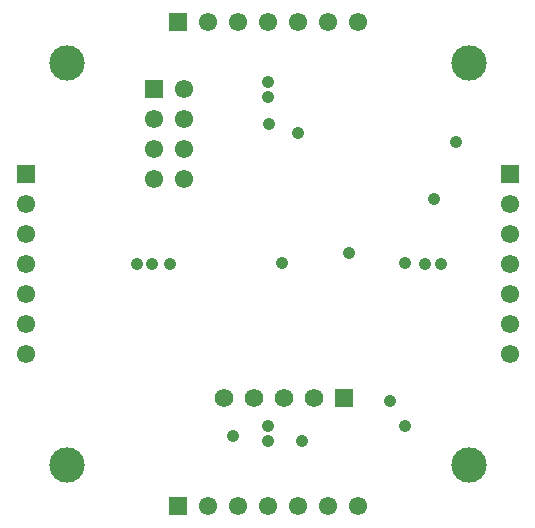
<source format=gbs>
%FSLAX33Y33*%
%MOMM*%
%AMRect-W1550000-H1550000-RO0.500*
21,1,1.55,1.55,0.,0.,270*%
%AMRect-W1570000-H1570000-RO1.000*
21,1,1.57,1.57,0.,0.,180*%
%ADD10C,1.0668*%
%ADD11R,1.55X1.55*%
%ADD12C,1.55*%
%ADD13C,3.*%
%ADD14C,1.55*%
%ADD15Rect-W1550000-H1550000-RO0.500*%
%ADD16C,1.57*%
%ADD17Rect-W1570000-H1570000-RO1.000*%
D10*
%LNbottom solder mask_traces*%
G01*
X0Y15425D03*
X2540Y11075D03*
X11635Y-13715D03*
X14700Y0D03*
X11635Y0125D03*
X10375Y-11625D03*
X-9825Y0D03*
X14050Y5550D03*
X-2925Y-14525D03*
X2900Y-14975D03*
X15950Y10300D03*
X0Y-13700D03*
X0125Y11875D03*
X13325Y0D03*
X0Y14150D03*
X6900Y0925D03*
X0Y-15000D03*
X-8250Y0D03*
X1200Y0125D03*
X-11100Y0D03*
%LNbottom solder mask component 15549c4d6476ebc2*%
D11*
X-7620Y-20500D03*
D12*
X-5080Y-20500D03*
X-2540Y-20500D03*
X0Y-20500D03*
X2540Y-20500D03*
X5080Y-20500D03*
X7620Y-20500D03*
%LNbottom solder mask component 9a7af9ef625a31f3*%
D13*
X-17000Y17000D03*
%LNbottom solder mask component 4de30cd1dcff1dec*%
D14*
X-7130Y14795D03*
X-9670Y12255D03*
X-7130Y12255D03*
X-9670Y9715D03*
X-7130Y9715D03*
X-9670Y7175D03*
X-7130Y7175D03*
D15*
X-9670Y14795D03*
%LNbottom solder mask component 5d7ae0faac189a2e*%
D14*
X-20500Y5080D03*
X-20500Y2540D03*
X-20500Y0D03*
X-20500Y-2540D03*
X-20500Y-5080D03*
X-20500Y-7620D03*
D15*
X-20500Y7620D03*
%LNbottom solder mask component 4730e282d6bc8203*%
D13*
X17000Y-17000D03*
%LNbottom solder mask component 0a1210c7d4f9c7f0*%
D16*
X3940Y-11350D03*
X1400Y-11350D03*
X-1140Y-11350D03*
X-3680Y-11350D03*
D17*
X6480Y-11350D03*
%LNbottom solder mask component fe63241f9b3ec648*%
D13*
X-17000Y-17000D03*
%LNbottom solder mask component 4c6406aa2c717d39*%
X17000Y17000D03*
%LNbottom solder mask component a355959bcd360295*%
D14*
X20500Y5080D03*
X20500Y2540D03*
X20500Y0D03*
X20500Y-2540D03*
X20500Y-5080D03*
X20500Y-7620D03*
D15*
X20500Y7620D03*
%LNbottom solder mask component c6258b4cfab3766d*%
D11*
X-7620Y20500D03*
D12*
X-5080Y20500D03*
X-2540Y20500D03*
X0Y20500D03*
X2540Y20500D03*
X5080Y20500D03*
X7620Y20500D03*
M02*
</source>
